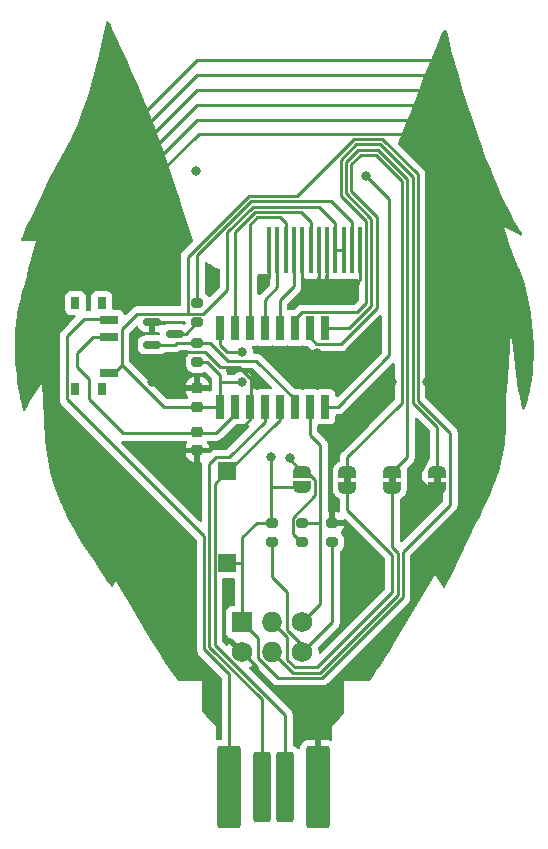
<source format=gbl>
G04 #@! TF.GenerationSoftware,KiCad,Pcbnew,8.0.8*
G04 #@! TF.CreationDate,2025-01-21T00:02:22+01:00*
G04 #@! TF.ProjectId,cerberus,63657262-6572-4757-932e-6b696361645f,rev?*
G04 #@! TF.SameCoordinates,Original*
G04 #@! TF.FileFunction,Copper,L2,Bot*
G04 #@! TF.FilePolarity,Positive*
%FSLAX46Y46*%
G04 Gerber Fmt 4.6, Leading zero omitted, Abs format (unit mm)*
G04 Created by KiCad (PCBNEW 8.0.8) date 2025-01-21 00:02:22*
%MOMM*%
%LPD*%
G01*
G04 APERTURE LIST*
G04 Aperture macros list*
%AMRoundRect*
0 Rectangle with rounded corners*
0 $1 Rounding radius*
0 $2 $3 $4 $5 $6 $7 $8 $9 X,Y pos of 4 corners*
0 Add a 4 corners polygon primitive as box body*
4,1,4,$2,$3,$4,$5,$6,$7,$8,$9,$2,$3,0*
0 Add four circle primitives for the rounded corners*
1,1,$1+$1,$2,$3*
1,1,$1+$1,$4,$5*
1,1,$1+$1,$6,$7*
1,1,$1+$1,$8,$9*
0 Add four rect primitives between the rounded corners*
20,1,$1+$1,$2,$3,$4,$5,0*
20,1,$1+$1,$4,$5,$6,$7,0*
20,1,$1+$1,$6,$7,$8,$9,0*
20,1,$1+$1,$8,$9,$2,$3,0*%
%AMFreePoly0*
4,1,19,0.500000,-0.750000,0.000000,-0.750000,0.000000,-0.744911,-0.071157,-0.744911,-0.207708,-0.704816,-0.327430,-0.627875,-0.420627,-0.520320,-0.479746,-0.390866,-0.500000,-0.250000,-0.500000,0.250000,-0.479746,0.390866,-0.420627,0.520320,-0.327430,0.627875,-0.207708,0.704816,-0.071157,0.744911,0.000000,0.744911,0.000000,0.750000,0.500000,0.750000,0.500000,-0.750000,0.500000,-0.750000,
$1*%
%AMFreePoly1*
4,1,19,0.000000,0.744911,0.071157,0.744911,0.207708,0.704816,0.327430,0.627875,0.420627,0.520320,0.479746,0.390866,0.500000,0.250000,0.500000,-0.250000,0.479746,-0.390866,0.420627,-0.520320,0.327430,-0.627875,0.207708,-0.704816,0.071157,-0.744911,0.000000,-0.744911,0.000000,-0.750000,-0.500000,-0.750000,-0.500000,0.750000,0.000000,0.750000,0.000000,0.744911,0.000000,0.744911,
$1*%
G04 Aperture macros list end*
G04 #@! TA.AperFunction,EtchedComponent*
%ADD10C,0.000000*%
G04 #@! TD*
G04 #@! TA.AperFunction,SMDPad,CuDef*
%ADD11RoundRect,0.250000X0.750000X-3.250000X0.750000X3.250000X-0.750000X3.250000X-0.750000X-3.250000X0*%
G04 #@! TD*
G04 #@! TA.AperFunction,SMDPad,CuDef*
%ADD12RoundRect,0.250000X0.500000X-2.750000X0.500000X2.750000X-0.500000X2.750000X-0.500000X-2.750000X0*%
G04 #@! TD*
G04 #@! TA.AperFunction,ComponentPad*
%ADD13R,1.727200X1.727200*%
G04 #@! TD*
G04 #@! TA.AperFunction,ComponentPad*
%ADD14C,1.727200*%
G04 #@! TD*
G04 #@! TA.AperFunction,ComponentPad*
%ADD15O,1.727200X1.727200*%
G04 #@! TD*
G04 #@! TA.AperFunction,SMDPad,CuDef*
%ADD16RoundRect,0.150000X-0.587500X-0.150000X0.587500X-0.150000X0.587500X0.150000X-0.587500X0.150000X0*%
G04 #@! TD*
G04 #@! TA.AperFunction,SMDPad,CuDef*
%ADD17RoundRect,0.200000X-0.275000X0.200000X-0.275000X-0.200000X0.275000X-0.200000X0.275000X0.200000X0*%
G04 #@! TD*
G04 #@! TA.AperFunction,SMDPad,CuDef*
%ADD18FreePoly0,270.000000*%
G04 #@! TD*
G04 #@! TA.AperFunction,SMDPad,CuDef*
%ADD19FreePoly1,270.000000*%
G04 #@! TD*
G04 #@! TA.AperFunction,SMDPad,CuDef*
%ADD20R,0.800000X1.000000*%
G04 #@! TD*
G04 #@! TA.AperFunction,SMDPad,CuDef*
%ADD21R,1.500000X0.700000*%
G04 #@! TD*
G04 #@! TA.AperFunction,SMDPad,CuDef*
%ADD22RoundRect,0.200000X0.275000X-0.200000X0.275000X0.200000X-0.275000X0.200000X-0.275000X-0.200000X0*%
G04 #@! TD*
G04 #@! TA.AperFunction,SMDPad,CuDef*
%ADD23RoundRect,0.225000X-0.250000X0.225000X-0.250000X-0.225000X0.250000X-0.225000X0.250000X0.225000X0*%
G04 #@! TD*
G04 #@! TA.AperFunction,SMDPad,CuDef*
%ADD24RoundRect,0.225000X0.250000X-0.225000X0.250000X0.225000X-0.250000X0.225000X-0.250000X-0.225000X0*%
G04 #@! TD*
G04 #@! TA.AperFunction,SMDPad,CuDef*
%ADD25R,0.760000X2.000000*%
G04 #@! TD*
G04 #@! TA.AperFunction,SMDPad,CuDef*
%ADD26R,1.500000X1.500000*%
G04 #@! TD*
G04 #@! TA.AperFunction,SMDPad,CuDef*
%ADD27R,0.350000X4.000000*%
G04 #@! TD*
G04 #@! TA.AperFunction,SMDPad,CuDef*
%ADD28FreePoly0,90.000000*%
G04 #@! TD*
G04 #@! TA.AperFunction,SMDPad,CuDef*
%ADD29FreePoly1,90.000000*%
G04 #@! TD*
G04 #@! TA.AperFunction,ViaPad*
%ADD30C,0.800000*%
G04 #@! TD*
G04 #@! TA.AperFunction,Conductor*
%ADD31C,0.250000*%
G04 #@! TD*
G04 APERTURE END LIST*
D10*
G04 #@! TA.AperFunction,EtchedComponent*
G36*
X75230000Y-131710000D02*
G01*
X74630000Y-131710000D01*
X74630000Y-131210000D01*
X75230000Y-131210000D01*
X75230000Y-131710000D01*
G37*
G04 #@! TD.AperFunction*
G04 #@! TA.AperFunction,EtchedComponent*
G36*
X71420000Y-131710000D02*
G01*
X70820000Y-131710000D01*
X70820000Y-131210000D01*
X71420000Y-131210000D01*
X71420000Y-131710000D01*
G37*
G04 #@! TD.AperFunction*
G04 #@! TA.AperFunction,EtchedComponent*
G36*
X79040000Y-131695000D02*
G01*
X78440000Y-131695000D01*
X78440000Y-131195000D01*
X79040000Y-131195000D01*
X79040000Y-131695000D01*
G37*
G04 #@! TD.AperFunction*
D11*
X61100037Y-157480000D03*
D12*
X63850037Y-157480000D03*
X65850037Y-157480000D03*
D11*
X68600037Y-157480000D03*
D13*
X62230000Y-143510000D03*
D14*
X62230000Y-146050000D03*
D15*
X64770000Y-143510000D03*
X64770000Y-146050000D03*
D14*
X67310000Y-143510000D03*
X67310000Y-146050000D03*
D16*
X54610000Y-120015000D03*
X54610000Y-118115000D03*
X56485000Y-119065000D03*
D17*
X58420000Y-116460000D03*
X58420000Y-118110000D03*
X67310000Y-135065000D03*
X67310000Y-136715000D03*
D18*
X74930000Y-130810000D03*
D19*
X74930000Y-132110000D03*
D20*
X48100000Y-123780000D03*
X50310000Y-123780000D03*
X48100000Y-116480000D03*
X50310000Y-116480000D03*
D21*
X50960000Y-122380000D03*
X50960000Y-119380000D03*
X50960000Y-117880000D03*
D22*
X69850000Y-136715000D03*
X69850000Y-135065000D03*
D17*
X64770000Y-135065000D03*
X64770000Y-136715000D03*
D23*
X58409771Y-127402946D03*
X58409771Y-128952946D03*
D18*
X67310000Y-130780000D03*
D19*
X67310000Y-132080000D03*
D22*
X58420000Y-121475000D03*
X58420000Y-119825000D03*
D24*
X58420000Y-125235000D03*
X58420000Y-123685000D03*
D18*
X71120000Y-130810000D03*
D19*
X71120000Y-132110000D03*
D25*
X60325000Y-118590000D03*
X61595000Y-118590000D03*
X62865000Y-118590000D03*
X64135000Y-118590000D03*
X65405000Y-118590000D03*
X66675000Y-118590000D03*
X67945000Y-118590000D03*
X69215000Y-118590000D03*
X69215000Y-125250000D03*
X67945000Y-125250000D03*
X66675000Y-125250000D03*
X65405000Y-125250000D03*
X64135000Y-125250000D03*
X62865000Y-125250000D03*
X61595000Y-125250000D03*
X60325000Y-125250000D03*
D26*
X60960000Y-130720000D03*
X60960000Y-138520000D03*
D27*
X72198896Y-111947263D03*
X71498896Y-111947263D03*
X70798896Y-111947263D03*
X70098896Y-111947263D03*
X69398896Y-111947263D03*
X68698896Y-111947263D03*
X67998896Y-111947263D03*
X67298896Y-111947263D03*
X66598896Y-111947263D03*
X65898896Y-111947263D03*
X65198896Y-111947263D03*
X64498896Y-111947263D03*
D28*
X78740000Y-132095000D03*
D29*
X78740000Y-130795000D03*
D30*
X62230000Y-123190000D03*
X64640912Y-129536608D03*
X63964953Y-114848520D03*
X77470000Y-129540000D03*
X71797995Y-114892004D03*
X54610000Y-123190000D03*
X67803624Y-114865247D03*
X79258717Y-97254919D03*
X69850000Y-150075760D03*
X59690000Y-150099809D03*
X57150000Y-123190000D03*
X51134533Y-96362088D03*
X68580398Y-120658166D03*
X59677135Y-114855930D03*
X54610000Y-129540000D03*
X77825000Y-123190000D03*
X74930000Y-123190000D03*
X72390000Y-139700000D03*
X57150000Y-139700000D03*
X68580000Y-123190000D03*
X66228971Y-129554515D03*
X72707500Y-105727500D03*
X58278290Y-105303386D03*
X62230000Y-120650000D03*
D31*
X66228971Y-129698971D02*
X67310000Y-130780000D01*
X66228971Y-129554515D02*
X66228971Y-129698971D01*
X67310000Y-132080000D02*
X64640912Y-132080000D01*
X64640912Y-132080000D02*
X64640912Y-134935912D01*
X64640912Y-129536608D02*
X64640912Y-132080000D01*
X64640912Y-134935912D02*
X64770000Y-135065000D01*
X58985000Y-136215000D02*
X58985000Y-145777148D01*
X61100037Y-147892185D02*
X61100037Y-157480000D01*
X47375000Y-119282617D02*
X47375000Y-124605000D01*
X47375000Y-124605000D02*
X58985000Y-136215000D01*
X58985000Y-145777148D02*
X61100037Y-147892185D01*
X50881000Y-117801000D02*
X48856617Y-117801000D01*
X50960000Y-117880000D02*
X50881000Y-117801000D01*
X48856617Y-117801000D02*
X47375000Y-119282617D01*
X63850037Y-149987368D02*
X63850037Y-157480000D01*
X65850037Y-151350972D02*
X65850037Y-157480000D01*
X59435000Y-145572331D02*
X63850037Y-149987368D01*
X59885000Y-145385935D02*
X65850037Y-151350972D01*
X59885000Y-131795000D02*
X59885000Y-145385935D01*
X60960000Y-130720000D02*
X59885000Y-131795000D01*
X57620000Y-112554416D02*
X57620000Y-117365998D01*
X75830000Y-137530000D02*
X79820000Y-133540000D01*
X65259065Y-148220000D02*
X68952792Y-148220000D01*
X77100000Y-124723604D02*
X77100000Y-105583081D01*
X79820000Y-127443604D02*
X77100000Y-124723604D01*
X62140000Y-138520000D02*
X62230000Y-138430000D01*
X50960000Y-122380000D02*
X51353811Y-122380000D01*
X52035000Y-118690000D02*
X53340000Y-117385000D01*
X52035000Y-121698811D02*
X55571189Y-125235000D01*
X62230000Y-143510000D02*
X63581400Y-144861400D01*
X68721633Y-108320000D02*
X63127208Y-108320000D01*
X60960000Y-138520000D02*
X62140000Y-138520000D01*
X57620000Y-117365998D02*
X57639002Y-117385000D01*
X63127208Y-108320000D02*
X60960000Y-110487208D01*
X74086794Y-102569875D02*
X71681808Y-102569875D01*
X60325000Y-123190000D02*
X60325000Y-125250000D01*
X59245000Y-121475000D02*
X60325000Y-122555000D01*
X63581400Y-144861400D02*
X63581400Y-146542335D01*
X60960000Y-110487208D02*
X60960000Y-115343004D01*
X75830000Y-141342792D02*
X75830000Y-137530000D01*
X58420000Y-121475000D02*
X59245000Y-121475000D01*
X51353811Y-122380000D02*
X52035000Y-121698811D01*
X63433307Y-135065000D02*
X64770000Y-135065000D01*
X62230000Y-138430000D02*
X62230000Y-136268307D01*
X63581400Y-146542335D02*
X65259065Y-148220000D01*
X52035000Y-121698811D02*
X52035000Y-118690000D01*
X60325000Y-122555000D02*
X60325000Y-123190000D01*
X70098896Y-109697263D02*
X68721633Y-108320000D01*
X62230000Y-138430000D02*
X62230000Y-143510000D01*
X53340000Y-117385000D02*
X57639002Y-117385000D01*
X60325000Y-125250000D02*
X58435000Y-125250000D01*
X77100000Y-105583081D02*
X74086794Y-102569875D01*
X66831683Y-107420000D02*
X62754416Y-107420000D01*
X58918004Y-117385000D02*
X57639002Y-117385000D01*
X71681808Y-102569875D02*
X66831683Y-107420000D01*
X79820000Y-133540000D02*
X79820000Y-127443604D01*
X70098896Y-111947263D02*
X70798896Y-111947263D01*
X62230000Y-123190000D02*
X60325000Y-123190000D01*
X55571189Y-125235000D02*
X58420000Y-125235000D01*
X70098896Y-111947263D02*
X70098896Y-109697263D01*
X60960000Y-115343004D02*
X58918004Y-117385000D01*
X62230000Y-136268307D02*
X63433307Y-135065000D01*
X68952792Y-148220000D02*
X75830000Y-141342792D01*
X58435000Y-125250000D02*
X58420000Y-125235000D01*
X62754416Y-107420000D02*
X57620000Y-112554416D01*
X67298896Y-111947263D02*
X67298896Y-114360519D01*
X63500000Y-147320000D02*
X63500000Y-147740210D01*
X71797995Y-114892004D02*
X72198896Y-114491103D01*
X58420000Y-100965000D02*
X76835000Y-100965000D01*
X71797995Y-114892005D02*
X71120000Y-115570000D01*
X60325698Y-121919302D02*
X59056396Y-120650000D01*
X58535125Y-102119875D02*
X54610000Y-106045000D01*
X76084875Y-102119875D02*
X58535125Y-102119875D01*
X58420000Y-98425000D02*
X78105000Y-98425000D01*
X77470000Y-99695000D02*
X58420000Y-99695000D01*
X54610000Y-102235000D02*
X58420000Y-98425000D01*
X62865000Y-125250000D02*
X62865000Y-126365000D01*
X58420000Y-99695000D02*
X54927500Y-103187500D01*
X62955000Y-122889695D02*
X61984607Y-121919302D01*
X69398896Y-111947263D02*
X69398896Y-114680870D01*
X62230000Y-146050000D02*
X63500000Y-147320000D01*
X62865000Y-125250000D02*
X62955000Y-125160000D01*
X64498896Y-114314577D02*
X63964953Y-114848520D01*
X62865000Y-126365000D02*
X62230000Y-127000000D01*
X69398896Y-114680870D02*
X69615339Y-114897313D01*
X58420000Y-97155000D02*
X53975000Y-101600000D01*
X62955000Y-125160000D02*
X62955000Y-122889695D01*
X72198896Y-114491103D02*
X72198896Y-111947263D01*
X59056396Y-120650000D02*
X57150000Y-120650000D01*
X61984607Y-121919302D02*
X60325698Y-121919302D01*
X71797995Y-114892004D02*
X71797995Y-114892005D01*
X68698896Y-111947263D02*
X68698896Y-114742431D01*
X68698896Y-114742431D02*
X68837745Y-114881280D01*
X53340000Y-100965000D02*
X58420000Y-95885000D01*
X67298896Y-114360519D02*
X67803624Y-114865247D01*
X54610000Y-104775000D02*
X58420000Y-100965000D01*
X64498896Y-111947263D02*
X64498896Y-114314577D01*
X78105000Y-97155000D02*
X58420000Y-97155000D01*
X58420000Y-95885000D02*
X78740000Y-95885000D01*
X68390000Y-132761996D02*
X68390000Y-131443307D01*
X68390000Y-131443307D02*
X67726693Y-130780000D01*
X66510000Y-136014801D02*
X66510000Y-134641996D01*
X67310000Y-136715000D02*
X67210199Y-136715000D01*
X67726693Y-130780000D02*
X67310000Y-130780000D01*
X67210199Y-136715000D02*
X66510000Y-136014801D01*
X66510000Y-134641996D02*
X68390000Y-132761996D01*
X61095000Y-129540000D02*
X59990000Y-129540000D01*
X59990000Y-129540000D02*
X59435000Y-130095000D01*
X59435000Y-130095000D02*
X59435000Y-145572331D01*
X64135000Y-125250000D02*
X64135000Y-126500000D01*
X64135000Y-126500000D02*
X61095000Y-129540000D01*
X65405000Y-126365000D02*
X61050000Y-130720000D01*
X65405000Y-125250000D02*
X65405000Y-126365000D01*
X61050000Y-130720000D02*
X60960000Y-130720000D01*
X66676396Y-147320000D02*
X68580000Y-147320000D01*
X68580000Y-147320000D02*
X74930000Y-140970000D01*
X74930000Y-137795000D02*
X71120000Y-133985000D01*
X66040000Y-144780000D02*
X66040000Y-146683604D01*
X66040000Y-146683604D02*
X66676396Y-147320000D01*
X71120000Y-133985000D02*
X71120000Y-132110000D01*
X64770000Y-143510000D02*
X66040000Y-144780000D01*
X74930000Y-140970000D02*
X74930000Y-137795000D01*
X71440417Y-106997625D02*
X73598896Y-109156104D01*
X73527606Y-103919875D02*
X72240996Y-103919875D01*
X71440417Y-104720454D02*
X71440417Y-106997625D01*
X75750000Y-106142269D02*
X73527606Y-103919875D01*
X71120000Y-129540000D02*
X75750000Y-124910000D01*
X70538230Y-119933166D02*
X68498166Y-119933166D01*
X73598896Y-116872500D02*
X70538230Y-119933166D01*
X75750000Y-124910000D02*
X75750000Y-106142269D01*
X72240996Y-103919875D02*
X71440417Y-104720454D01*
X71120000Y-130810000D02*
X71120000Y-129540000D01*
X68498166Y-119933166D02*
X67945000Y-119380000D01*
X67945000Y-119380000D02*
X67945000Y-118590000D01*
X73598896Y-109156104D02*
X73598896Y-116872500D01*
X75380000Y-137608604D02*
X74930000Y-137158604D01*
X68766396Y-147770000D02*
X75380000Y-141156396D01*
X66490000Y-147770000D02*
X68766396Y-147770000D01*
X75380000Y-141156396D02*
X75380000Y-137608604D01*
X64770000Y-146050000D02*
X66490000Y-147770000D01*
X74930000Y-137158604D02*
X74930000Y-132110000D01*
X56705000Y-119825000D02*
X58420000Y-119825000D01*
X66675000Y-125250000D02*
X66675000Y-124630000D01*
X61053581Y-121379977D02*
X59498604Y-119825000D01*
X66675000Y-124630000D02*
X63424977Y-121379977D01*
X63424977Y-121379977D02*
X61053581Y-121379977D01*
X56515000Y-120015000D02*
X54610000Y-120015000D01*
X59498604Y-119825000D02*
X58420000Y-119825000D01*
X56705000Y-119825000D02*
X56515000Y-120015000D01*
X56485000Y-119065000D02*
X57465000Y-119065000D01*
X57465000Y-119065000D02*
X58420000Y-118110000D01*
X66040000Y-144143604D02*
X66040000Y-140970000D01*
X66040000Y-140970000D02*
X64770000Y-139700000D01*
X67310000Y-146050000D02*
X67310000Y-145413604D01*
X69850000Y-143510000D02*
X67310000Y-146050000D01*
X64770000Y-136715000D02*
X64770000Y-139700000D01*
X67310000Y-145413604D02*
X66040000Y-144143604D01*
X69850000Y-136715000D02*
X69850000Y-143510000D01*
X67310000Y-135065000D02*
X68836380Y-135065000D01*
X67945000Y-125250000D02*
X67945000Y-127635000D01*
X68840000Y-128530000D02*
X68840000Y-135068620D01*
X68836380Y-135065000D02*
X68840000Y-135068620D01*
X67945000Y-127635000D02*
X68840000Y-128530000D01*
X68840000Y-141980000D02*
X67310000Y-143510000D01*
X68840000Y-135068620D02*
X68840000Y-141980000D01*
X67186002Y-108770000D02*
X63313604Y-108770000D01*
X67998896Y-111947263D02*
X67998896Y-109582894D01*
X67998896Y-109582894D02*
X67186002Y-108770000D01*
X61595000Y-110488604D02*
X61595000Y-118590000D01*
X63313604Y-108770000D02*
X61595000Y-110488604D01*
X64135000Y-116205000D02*
X65198896Y-115141104D01*
X64135000Y-118590000D02*
X64135000Y-116205000D01*
X65198896Y-115141104D02*
X65198896Y-111947263D01*
X62865000Y-118590000D02*
X62865000Y-109855000D01*
X63500000Y-109220000D02*
X65421633Y-109220000D01*
X65421633Y-109220000D02*
X65898896Y-109697263D01*
X62865000Y-109855000D02*
X63500000Y-109220000D01*
X65898896Y-109697263D02*
X65898896Y-111947263D01*
X65405000Y-116205000D02*
X65405000Y-118590000D01*
X66598896Y-115011104D02*
X65405000Y-116205000D01*
X66598896Y-111947263D02*
X66598896Y-115011104D01*
X74672783Y-120907217D02*
X70330000Y-125250000D01*
X72707500Y-105727500D02*
X74672783Y-107692783D01*
X74672783Y-107692783D02*
X74672783Y-120907217D01*
X70330000Y-125250000D02*
X69215000Y-125250000D01*
X59970000Y-127495000D02*
X58420000Y-127495000D01*
X49204399Y-122864399D02*
X49204399Y-124574655D01*
X49616726Y-119380000D02*
X48260000Y-120736726D01*
X48260000Y-120736726D02*
X48260000Y-121920000D01*
X61595000Y-125250000D02*
X61595000Y-125870000D01*
X52124744Y-127495000D02*
X49204399Y-124574655D01*
X58420000Y-127495000D02*
X52124744Y-127495000D01*
X50960000Y-119380000D02*
X49616726Y-119380000D01*
X48260000Y-121920000D02*
X49204399Y-122864399D01*
X61595000Y-125870000D02*
X59970000Y-127495000D01*
X61595000Y-125250000D02*
X61595000Y-126010000D01*
X66675000Y-117830000D02*
X67240000Y-117265000D01*
X70540417Y-107370417D02*
X70540417Y-104347662D01*
X73900398Y-103019875D02*
X76650000Y-105769477D01*
X72698896Y-116499708D02*
X72698896Y-109528896D01*
X78740000Y-127000000D02*
X78740000Y-130795000D01*
X76650000Y-124910000D02*
X78740000Y-127000000D01*
X71868204Y-103019875D02*
X73900398Y-103019875D01*
X66675000Y-118590000D02*
X66675000Y-117830000D01*
X71933604Y-117265000D02*
X72698896Y-116499708D01*
X72698896Y-109528896D02*
X70540417Y-107370417D01*
X76650000Y-105769477D02*
X76650000Y-124910000D01*
X70540417Y-104347662D02*
X71868204Y-103019875D01*
X67240000Y-117265000D02*
X71933604Y-117265000D01*
X73148896Y-116686104D02*
X71245000Y-118590000D01*
X72054600Y-103469875D02*
X70990417Y-104534058D01*
X74930000Y-130810000D02*
X76200000Y-129540000D01*
X73148896Y-109342500D02*
X73148896Y-116686104D01*
X71245000Y-118590000D02*
X69215000Y-118590000D01*
X76200000Y-129540000D02*
X76200000Y-105955873D01*
X73714002Y-103469875D02*
X72054600Y-103469875D01*
X70990417Y-104534058D02*
X70990417Y-107184021D01*
X76200000Y-105955873D02*
X73714002Y-103469875D01*
X70990417Y-107184021D02*
X73148896Y-109342500D01*
X58420000Y-112390812D02*
X62940812Y-107870000D01*
X69770000Y-107870000D02*
X62940812Y-107870000D01*
X58420000Y-116460000D02*
X58420000Y-112390812D01*
X71498896Y-111947263D02*
X71498896Y-109598896D01*
X71498896Y-109598896D02*
X69770000Y-107870000D01*
X60325000Y-118590000D02*
X60325000Y-120015000D01*
X60960000Y-120650000D02*
X60325000Y-120015000D01*
X62230000Y-120650000D02*
X60960000Y-120650000D01*
G04 #@! TA.AperFunction,Conductor*
G36*
X79442525Y-93309368D02*
G01*
X79488711Y-93361796D01*
X79494680Y-93377184D01*
X79602026Y-93720081D01*
X79603933Y-93726840D01*
X79926025Y-95005605D01*
X80232717Y-96159180D01*
X80534041Y-97226712D01*
X80840884Y-98250766D01*
X81161155Y-99263293D01*
X81511007Y-100324008D01*
X82341698Y-102756014D01*
X82590338Y-103460792D01*
X82618398Y-103540328D01*
X82792049Y-104011196D01*
X82890362Y-104277779D01*
X83157179Y-104970206D01*
X83418506Y-105619633D01*
X83673943Y-106227939D01*
X83923122Y-106797080D01*
X83923134Y-106797107D01*
X84037640Y-107048229D01*
X84165719Y-107329119D01*
X84401297Y-107825857D01*
X84849999Y-108721426D01*
X85266277Y-109499435D01*
X85321122Y-109596782D01*
X85647205Y-110175568D01*
X85877526Y-110572104D01*
X85894176Y-110639960D01*
X85871496Y-110706046D01*
X85816687Y-110749380D01*
X85747151Y-110756203D01*
X85712857Y-110744274D01*
X84372917Y-110043836D01*
X84372916Y-110043836D01*
X84698498Y-111164700D01*
X84725314Y-111252178D01*
X84771428Y-111402604D01*
X84849939Y-111635338D01*
X84849946Y-111635358D01*
X84849948Y-111635363D01*
X84933366Y-111863958D01*
X84958651Y-111929006D01*
X85021062Y-112089559D01*
X85112337Y-112313125D01*
X85137232Y-112371957D01*
X85206544Y-112535755D01*
X85400980Y-112982127D01*
X85597165Y-113432423D01*
X85597678Y-113433618D01*
X85694803Y-113663085D01*
X85695380Y-113664470D01*
X85703790Y-113685041D01*
X85791026Y-113898415D01*
X85791760Y-113900252D01*
X85885039Y-114139219D01*
X85885880Y-114141439D01*
X85964200Y-114354156D01*
X85976005Y-114386217D01*
X85976936Y-114388835D01*
X86005643Y-114472559D01*
X86063200Y-114640428D01*
X86064178Y-114643403D01*
X86145759Y-114902486D01*
X86146747Y-114905782D01*
X86254443Y-115284144D01*
X86255332Y-115287439D01*
X86354963Y-115677979D01*
X86355714Y-115681093D01*
X86447169Y-116082613D01*
X86447806Y-116085574D01*
X86530862Y-116496315D01*
X86531638Y-116500525D01*
X86672879Y-117348753D01*
X86673645Y-117354062D01*
X86780371Y-118226405D01*
X86780888Y-118231503D01*
X86852414Y-119119088D01*
X86852717Y-119124118D01*
X86888257Y-120017347D01*
X86888355Y-120022446D01*
X86887145Y-120911685D01*
X86887024Y-120916990D01*
X86848308Y-121793105D01*
X86848017Y-121797736D01*
X86802132Y-122358921D01*
X86801751Y-122362820D01*
X86739500Y-122910483D01*
X86738951Y-122914675D01*
X86660118Y-123446070D01*
X86659570Y-123449443D01*
X86614059Y-123707092D01*
X86613614Y-123709474D01*
X86563828Y-123962378D01*
X86563309Y-123964876D01*
X86509344Y-124212055D01*
X86508741Y-124214683D01*
X86450543Y-124455952D01*
X86449841Y-124458720D01*
X86387445Y-124693535D01*
X86386629Y-124696461D01*
X86320003Y-124924531D01*
X86319056Y-124927624D01*
X86248184Y-125148635D01*
X86247081Y-125151916D01*
X86171993Y-125365393D01*
X86170710Y-125368873D01*
X86155674Y-125407854D01*
X86113182Y-125463318D01*
X86047449Y-125487004D01*
X85979346Y-125471392D01*
X85930494Y-125421440D01*
X85918892Y-125389935D01*
X85809057Y-124891868D01*
X85709950Y-124434124D01*
X85709810Y-124433465D01*
X85706302Y-124416730D01*
X85637593Y-124088921D01*
X85637310Y-124087525D01*
X85631408Y-124057607D01*
X85615316Y-123976039D01*
X85614786Y-123973168D01*
X85604188Y-123911582D01*
X85603482Y-123906957D01*
X84930714Y-118846343D01*
X84763213Y-121523269D01*
X84611710Y-123944509D01*
X84591525Y-124293541D01*
X84575075Y-124629654D01*
X84551373Y-125265323D01*
X84536523Y-125857023D01*
X84531124Y-126153270D01*
X84527402Y-126357483D01*
X84526450Y-126409689D01*
X84526443Y-126410052D01*
X84508666Y-127250225D01*
X84508553Y-127253510D01*
X84471159Y-128037427D01*
X84470853Y-128042039D01*
X84438336Y-128423925D01*
X84437925Y-128427965D01*
X84392591Y-128811369D01*
X84391968Y-128815914D01*
X84331229Y-129205433D01*
X84330380Y-129210251D01*
X84251564Y-129611103D01*
X84250508Y-129615960D01*
X84150901Y-130033406D01*
X84149684Y-130038098D01*
X84026573Y-130477250D01*
X84025259Y-130481625D01*
X83875895Y-130947647D01*
X83874550Y-130951612D01*
X83696202Y-131449555D01*
X83694883Y-131453070D01*
X83484828Y-131987951D01*
X83483578Y-131991012D01*
X83239114Y-132567809D01*
X83237961Y-132570444D01*
X82956399Y-133194111D01*
X82955359Y-133196356D01*
X82705094Y-133722444D01*
X82633533Y-133872874D01*
X82313566Y-134547052D01*
X82041946Y-135119361D01*
X82041906Y-135119444D01*
X80696976Y-137947824D01*
X80696558Y-137948695D01*
X79974374Y-139437417D01*
X79973700Y-139438785D01*
X79425183Y-140534976D01*
X79377580Y-140586120D01*
X79309883Y-140603409D01*
X79243586Y-140581353D01*
X79210058Y-140546654D01*
X78540359Y-139507380D01*
X78540358Y-139507381D01*
X75103707Y-145286520D01*
X75102407Y-145288657D01*
X74708352Y-145921878D01*
X74707501Y-145923226D01*
X74323148Y-146523503D01*
X74322121Y-146525081D01*
X73943030Y-147097805D01*
X73942148Y-147099118D01*
X73753539Y-147376317D01*
X73752900Y-147377248D01*
X73563670Y-147649987D01*
X73563010Y-147650928D01*
X73368995Y-147925100D01*
X73368317Y-147926049D01*
X73171110Y-148199245D01*
X73170418Y-148200195D01*
X72999961Y-148431679D01*
X72944359Y-148473990D01*
X72899981Y-148482153D01*
X70850037Y-148479999D01*
X70850037Y-151109385D01*
X70830352Y-151176424D01*
X70822774Y-151186961D01*
X70512602Y-151573743D01*
X69850000Y-152400000D01*
X69850000Y-152400001D01*
X69850000Y-153435328D01*
X69830315Y-153502367D01*
X69777511Y-153548122D01*
X69708353Y-153558066D01*
X69673604Y-153547714D01*
X69669165Y-153545644D01*
X69502734Y-153490494D01*
X69502727Y-153490493D01*
X69400023Y-153480000D01*
X68850037Y-153480000D01*
X68850037Y-157356000D01*
X68830352Y-157423039D01*
X68777548Y-157468794D01*
X68726037Y-157480000D01*
X68474037Y-157480000D01*
X68406998Y-157460315D01*
X68361243Y-157407511D01*
X68350037Y-157356000D01*
X68350037Y-153480000D01*
X67800065Y-153480000D01*
X67800049Y-153480001D01*
X67697339Y-153490494D01*
X67530917Y-153545641D01*
X67530912Y-153545643D01*
X67381691Y-153637684D01*
X67257721Y-153761654D01*
X67165680Y-153910875D01*
X67165678Y-153910880D01*
X67110531Y-154077302D01*
X67110530Y-154077309D01*
X67104440Y-154136919D01*
X67078043Y-154201610D01*
X67020862Y-154241761D01*
X66951051Y-154244624D01*
X66893401Y-154211996D01*
X66818694Y-154137289D01*
X66818693Y-154137288D01*
X66669371Y-154045186D01*
X66608338Y-154024961D01*
X66560532Y-154009120D01*
X66503087Y-153969347D01*
X66476265Y-153904831D01*
X66475537Y-153891414D01*
X66475537Y-151289365D01*
X66475536Y-151289361D01*
X66451501Y-151168527D01*
X66451500Y-151168520D01*
X66404348Y-151054686D01*
X66404347Y-151054685D01*
X66404344Y-151054679D01*
X66335895Y-150952239D01*
X66335892Y-150952235D01*
X66245674Y-150862017D01*
X66245643Y-150861988D01*
X62836908Y-147453253D01*
X62803423Y-147391930D01*
X62808407Y-147322238D01*
X62850279Y-147266305D01*
X62865572Y-147256517D01*
X62978371Y-147195473D01*
X62978376Y-147195470D01*
X63100905Y-147100102D01*
X63165899Y-147074459D01*
X63234439Y-147088025D01*
X63264749Y-147110274D01*
X64860328Y-148705855D01*
X64860332Y-148705858D01*
X64962775Y-148774309D01*
X64962776Y-148774309D01*
X64962780Y-148774312D01*
X65029461Y-148801931D01*
X65029463Y-148801933D01*
X65076608Y-148821461D01*
X65076613Y-148821463D01*
X65096662Y-148825451D01*
X65130261Y-148832134D01*
X65197457Y-148845501D01*
X65197459Y-148845501D01*
X65326786Y-148845501D01*
X65326806Y-148845500D01*
X69014399Y-148845500D01*
X69074821Y-148833481D01*
X69135244Y-148821463D01*
X69135247Y-148821461D01*
X69135250Y-148821461D01*
X69168579Y-148807654D01*
X69168578Y-148807654D01*
X69168584Y-148807652D01*
X69249078Y-148774312D01*
X69300301Y-148740084D01*
X69351525Y-148705858D01*
X69438650Y-148618733D01*
X69438651Y-148618731D01*
X69445717Y-148611665D01*
X69445720Y-148611661D01*
X76228729Y-141828652D01*
X76228733Y-141828650D01*
X76315858Y-141741525D01*
X76384311Y-141639078D01*
X76384312Y-141639077D01*
X76384313Y-141639074D01*
X76384315Y-141639071D01*
X76384316Y-141639069D01*
X76431461Y-141525247D01*
X76431463Y-141525243D01*
X76431649Y-141524311D01*
X76445264Y-141455858D01*
X76455500Y-141404399D01*
X76455500Y-141281185D01*
X76455500Y-137840451D01*
X76475185Y-137773412D01*
X76491814Y-137752775D01*
X80218729Y-134025860D01*
X80218733Y-134025858D01*
X80305858Y-133938733D01*
X80340084Y-133887509D01*
X80374312Y-133836286D01*
X80421463Y-133722451D01*
X80445500Y-133601607D01*
X80445500Y-133478393D01*
X80445500Y-127381998D01*
X80421463Y-127261152D01*
X80388864Y-127182451D01*
X80374312Y-127147319D01*
X80357256Y-127121794D01*
X80305858Y-127044871D01*
X80305856Y-127044868D01*
X80215637Y-126954649D01*
X80215606Y-126954620D01*
X77761819Y-124500833D01*
X77728334Y-124439510D01*
X77725500Y-124413152D01*
X77725500Y-105521474D01*
X77725499Y-105521470D01*
X77701464Y-105400636D01*
X77701463Y-105400629D01*
X77668859Y-105321917D01*
X77654312Y-105286796D01*
X77624141Y-105241643D01*
X77585858Y-105184348D01*
X77585856Y-105184345D01*
X77495637Y-105094126D01*
X77495606Y-105094097D01*
X75447502Y-103045993D01*
X75414017Y-102984670D01*
X75419001Y-102914978D01*
X75419844Y-102912785D01*
X75913872Y-101665606D01*
X75913873Y-101665606D01*
X75913912Y-101665503D01*
X76409454Y-100421680D01*
X77088264Y-98683880D01*
X77637716Y-97277398D01*
X77637907Y-97276913D01*
X78200825Y-95864965D01*
X78201382Y-95863593D01*
X78784787Y-94457112D01*
X78785437Y-94455575D01*
X79086779Y-93758351D01*
X79087378Y-93756990D01*
X79263131Y-93363643D01*
X79308451Y-93310468D01*
X79375326Y-93290234D01*
X79442525Y-93309368D01*
G37*
G04 #@! TD.AperFunction*
G04 #@! TA.AperFunction,Conductor*
G36*
X50868472Y-92606939D02*
G01*
X50924240Y-92649031D01*
X50935760Y-92667838D01*
X51069409Y-92937235D01*
X51213078Y-93226831D01*
X51213904Y-93228528D01*
X51634876Y-94110563D01*
X51635585Y-94112077D01*
X52046858Y-95004544D01*
X52047466Y-95005882D01*
X52449622Y-95906501D01*
X52450166Y-95907738D01*
X52912354Y-96973840D01*
X52912835Y-96974966D01*
X53361773Y-98039196D01*
X53362159Y-98040120D01*
X53799076Y-99099661D01*
X53799370Y-99100382D01*
X54224962Y-100151129D01*
X54225382Y-100152178D01*
X54724777Y-101418159D01*
X54725359Y-101419663D01*
X55174138Y-102602164D01*
X55174678Y-102603615D01*
X55577305Y-103705811D01*
X55577794Y-103707175D01*
X55938679Y-104732113D01*
X55939276Y-104733849D01*
X56553669Y-106564821D01*
X56554178Y-106566370D01*
X56916339Y-107694650D01*
X57054377Y-108124697D01*
X57651188Y-109962880D01*
X57700739Y-110101918D01*
X57919692Y-110716292D01*
X58077135Y-111105824D01*
X58084006Y-111175355D01*
X58052196Y-111237563D01*
X58049851Y-111239972D01*
X57221270Y-112068555D01*
X57134144Y-112155680D01*
X57134138Y-112155688D01*
X57065690Y-112258124D01*
X57065688Y-112258129D01*
X57036248Y-112329205D01*
X57018539Y-112371957D01*
X57018535Y-112371971D01*
X56994500Y-112492805D01*
X56994500Y-116635500D01*
X56974815Y-116702539D01*
X56922011Y-116748294D01*
X56870500Y-116759500D01*
X53407741Y-116759500D01*
X53407721Y-116759499D01*
X53401607Y-116759499D01*
X53278394Y-116759499D01*
X53278392Y-116759499D01*
X53179646Y-116779140D01*
X53179647Y-116779141D01*
X53157550Y-116783536D01*
X53157541Y-116783539D01*
X53125262Y-116796909D01*
X53110397Y-116803067D01*
X53043719Y-116830685D01*
X53043717Y-116830686D01*
X52941266Y-116899141D01*
X52941263Y-116899144D01*
X52398606Y-117441802D01*
X52337283Y-117475287D01*
X52267591Y-117470303D01*
X52211658Y-117428431D01*
X52194743Y-117397454D01*
X52153797Y-117287671D01*
X52153793Y-117287664D01*
X52067547Y-117172455D01*
X52067544Y-117172452D01*
X51952335Y-117086206D01*
X51952328Y-117086202D01*
X51817482Y-117035908D01*
X51817483Y-117035908D01*
X51757883Y-117029501D01*
X51757881Y-117029500D01*
X51757873Y-117029500D01*
X51757865Y-117029500D01*
X51334500Y-117029500D01*
X51267461Y-117009815D01*
X51221706Y-116957011D01*
X51210500Y-116905500D01*
X51210499Y-115932129D01*
X51210498Y-115932123D01*
X51210497Y-115932116D01*
X51204091Y-115872517D01*
X51198486Y-115857490D01*
X51153797Y-115737671D01*
X51153793Y-115737664D01*
X51067547Y-115622455D01*
X51067544Y-115622452D01*
X50952335Y-115536206D01*
X50952328Y-115536202D01*
X50817482Y-115485908D01*
X50817483Y-115485908D01*
X50757883Y-115479501D01*
X50757881Y-115479500D01*
X50757873Y-115479500D01*
X50757864Y-115479500D01*
X49862129Y-115479500D01*
X49862123Y-115479501D01*
X49802516Y-115485908D01*
X49667671Y-115536202D01*
X49667664Y-115536206D01*
X49552455Y-115622452D01*
X49552452Y-115622455D01*
X49466206Y-115737664D01*
X49466202Y-115737671D01*
X49415908Y-115872517D01*
X49412608Y-115903216D01*
X49409501Y-115932123D01*
X49409500Y-115932135D01*
X49409500Y-117027870D01*
X49409501Y-117027879D01*
X49410616Y-117038248D01*
X49398209Y-117107007D01*
X49350597Y-117158143D01*
X49287326Y-117175500D01*
X49122674Y-117175500D01*
X49055635Y-117155815D01*
X49009880Y-117103011D01*
X48999384Y-117038248D01*
X49000500Y-117027873D01*
X49000499Y-115932128D01*
X48994091Y-115872517D01*
X48988486Y-115857490D01*
X48943797Y-115737671D01*
X48943793Y-115737664D01*
X48857547Y-115622455D01*
X48857544Y-115622452D01*
X48742335Y-115536206D01*
X48742328Y-115536202D01*
X48607482Y-115485908D01*
X48607483Y-115485908D01*
X48547883Y-115479501D01*
X48547881Y-115479500D01*
X48547873Y-115479500D01*
X48547864Y-115479500D01*
X47652129Y-115479500D01*
X47652123Y-115479501D01*
X47592516Y-115485908D01*
X47457671Y-115536202D01*
X47457664Y-115536206D01*
X47342455Y-115622452D01*
X47342452Y-115622455D01*
X47256206Y-115737664D01*
X47256202Y-115737671D01*
X47205908Y-115872517D01*
X47202608Y-115903216D01*
X47199501Y-115932123D01*
X47199500Y-115932135D01*
X47199500Y-117027870D01*
X47199501Y-117027876D01*
X47205908Y-117087483D01*
X47256202Y-117222328D01*
X47256206Y-117222335D01*
X47342452Y-117337544D01*
X47342455Y-117337547D01*
X47457664Y-117423793D01*
X47457671Y-117423797D01*
X47470096Y-117428431D01*
X47592517Y-117474091D01*
X47652127Y-117480500D01*
X47993165Y-117480499D01*
X48060203Y-117500183D01*
X48105958Y-117552987D01*
X48115902Y-117622146D01*
X48086877Y-117685701D01*
X48080845Y-117692180D01*
X47511793Y-118261233D01*
X46976270Y-118796756D01*
X46976267Y-118796759D01*
X46932704Y-118840321D01*
X46889142Y-118883883D01*
X46863328Y-118922517D01*
X46863327Y-118922516D01*
X46820686Y-118986333D01*
X46820685Y-118986335D01*
X46793386Y-119052245D01*
X46787347Y-119066824D01*
X46785106Y-119072235D01*
X46773537Y-119100162D01*
X46773535Y-119100170D01*
X46749500Y-119221006D01*
X46749500Y-124666610D01*
X46773535Y-124787444D01*
X46773537Y-124787452D01*
X46787347Y-124820792D01*
X46787347Y-124820793D01*
X46820685Y-124901280D01*
X46820690Y-124901289D01*
X46854914Y-124952507D01*
X46854915Y-124952509D01*
X46889140Y-125003731D01*
X46889141Y-125003732D01*
X46889142Y-125003733D01*
X46976267Y-125090858D01*
X46976268Y-125090858D01*
X46983335Y-125097925D01*
X46983334Y-125097925D01*
X46983338Y-125097928D01*
X58323181Y-136437771D01*
X58356666Y-136499094D01*
X58359500Y-136525452D01*
X58359500Y-145838754D01*
X58376034Y-145921878D01*
X58383537Y-145959599D01*
X58383538Y-145959602D01*
X58388286Y-145971063D01*
X58388288Y-145971069D01*
X58430685Y-146073428D01*
X58430690Y-146073437D01*
X58456194Y-146111605D01*
X58456195Y-146111607D01*
X58499141Y-146175880D01*
X58499144Y-146175884D01*
X58590586Y-146267326D01*
X58590608Y-146267346D01*
X60438218Y-148114956D01*
X60471703Y-148176279D01*
X60474537Y-148202637D01*
X60474537Y-153355500D01*
X60454852Y-153422539D01*
X60402048Y-153468294D01*
X60350539Y-153479500D01*
X60300036Y-153479500D01*
X60300017Y-153479501D01*
X60197240Y-153490000D01*
X60197239Y-153490001D01*
X60158773Y-153502747D01*
X60088945Y-153505147D01*
X60028903Y-153469415D01*
X59997712Y-153406894D01*
X59995772Y-153385269D01*
X59994010Y-152358807D01*
X59169965Y-151439577D01*
X59167831Y-151437134D01*
X58879572Y-151098141D01*
X58851140Y-151034318D01*
X58850037Y-151017814D01*
X58850037Y-148479999D01*
X56867302Y-148479607D01*
X56800267Y-148459909D01*
X56767945Y-148429763D01*
X56629263Y-148243897D01*
X56627002Y-148240765D01*
X55705578Y-146920482D01*
X55703567Y-146917510D01*
X55217321Y-146175880D01*
X54716548Y-145412093D01*
X54713971Y-145407989D01*
X54708435Y-145398778D01*
X54145615Y-144462286D01*
X54145084Y-144461393D01*
X53819256Y-143908734D01*
X53212209Y-142879078D01*
X52782521Y-142145901D01*
X51951055Y-140727169D01*
X51546734Y-140039676D01*
X51288250Y-140427508D01*
X51234690Y-140472376D01*
X51165375Y-140481164D01*
X51102313Y-140451084D01*
X51081093Y-140426305D01*
X50987756Y-140282664D01*
X50771636Y-139961596D01*
X50717233Y-139882444D01*
X50537573Y-139621050D01*
X50458705Y-139507381D01*
X50287559Y-139260715D01*
X49543279Y-138179220D01*
X49542290Y-138177758D01*
X49148520Y-137586453D01*
X49147354Y-137584669D01*
X48747774Y-136961677D01*
X48746326Y-136959364D01*
X48347757Y-136306767D01*
X48346097Y-136303965D01*
X48342175Y-136297139D01*
X47955247Y-135623682D01*
X47953350Y-135620256D01*
X47576638Y-134913689D01*
X47575110Y-134910727D01*
X47496872Y-134753974D01*
X47394632Y-134549131D01*
X47393604Y-134547020D01*
X47218989Y-134179209D01*
X47217890Y-134176829D01*
X47153290Y-134032923D01*
X46937736Y-133552740D01*
X46936509Y-133549913D01*
X46825426Y-133285029D01*
X46689224Y-132960249D01*
X46687910Y-132956985D01*
X46638680Y-132829500D01*
X46471135Y-132395632D01*
X46469804Y-132392013D01*
X46281192Y-131852888D01*
X46279864Y-131848868D01*
X46117077Y-131325917D01*
X46115809Y-131321565D01*
X46104520Y-131280002D01*
X45976453Y-130808511D01*
X45975351Y-130804136D01*
X45857059Y-130294692D01*
X45856129Y-130290328D01*
X45845430Y-130235295D01*
X45756596Y-129778368D01*
X45755880Y-129774325D01*
X45671308Y-129244865D01*
X45670779Y-129241199D01*
X45669275Y-129229548D01*
X45600391Y-128695805D01*
X45600026Y-128692653D01*
X45599707Y-128689554D01*
X45541518Y-128125037D01*
X45541293Y-128122613D01*
X45492370Y-127526584D01*
X45492238Y-127524808D01*
X45450605Y-126894240D01*
X45450533Y-126893046D01*
X45413905Y-126222149D01*
X45413849Y-126221012D01*
X45346318Y-124733424D01*
X45346304Y-124733107D01*
X45345905Y-124723797D01*
X45282213Y-123236615D01*
X45282212Y-123236615D01*
X44436226Y-124471621D01*
X44332451Y-124629855D01*
X44234322Y-124793136D01*
X44234319Y-124793142D01*
X44146483Y-124952509D01*
X44141634Y-124961306D01*
X44054215Y-125134143D01*
X44046728Y-125150268D01*
X43993307Y-125265323D01*
X43971879Y-125311472D01*
X43894477Y-125493013D01*
X43888355Y-125508650D01*
X43845582Y-125563897D01*
X43779730Y-125587248D01*
X43711707Y-125571291D01*
X43663110Y-125521091D01*
X43652843Y-125494487D01*
X43619907Y-125367149D01*
X43616114Y-125352484D01*
X43615676Y-125350739D01*
X43594906Y-125265323D01*
X43551245Y-125085774D01*
X43550863Y-125084152D01*
X43532486Y-125003731D01*
X43489238Y-124814468D01*
X43488882Y-124812858D01*
X43483432Y-124787454D01*
X43430087Y-124538816D01*
X43429800Y-124537435D01*
X43373905Y-124259564D01*
X43373669Y-124258352D01*
X43320803Y-123977501D01*
X43320545Y-123976082D01*
X43270838Y-123693148D01*
X43270506Y-123691158D01*
X43183206Y-123138327D01*
X43182803Y-123135574D01*
X43108067Y-122581374D01*
X43107734Y-122578677D01*
X43046022Y-122026943D01*
X43045748Y-122024197D01*
X42997588Y-121479349D01*
X42997367Y-121476449D01*
X42963250Y-120942528D01*
X42963091Y-120939413D01*
X42943523Y-120420812D01*
X42943443Y-120417378D01*
X42938910Y-119918392D01*
X42938938Y-119914410D01*
X42939272Y-119899954D01*
X42949917Y-119438881D01*
X42950054Y-119435258D01*
X42970068Y-119055006D01*
X42970246Y-119052245D01*
X42998346Y-118682776D01*
X42998593Y-118679961D01*
X43034237Y-118320830D01*
X43034544Y-118318056D01*
X43041080Y-118264500D01*
X43077214Y-117968406D01*
X43077554Y-117965852D01*
X43126742Y-117624805D01*
X43127123Y-117622341D01*
X43182227Y-117289615D01*
X43182848Y-117286180D01*
X43309281Y-116639292D01*
X43310133Y-116635290D01*
X43454316Y-116010309D01*
X43455068Y-116007237D01*
X43612958Y-115397272D01*
X43613660Y-115394683D01*
X43954663Y-114191650D01*
X44120195Y-113618446D01*
X44283349Y-113036464D01*
X44440761Y-112440244D01*
X44516263Y-112135088D01*
X44589069Y-111824325D01*
X44589069Y-111824319D01*
X44590133Y-111819779D01*
X44590375Y-111818426D01*
X44729058Y-111208650D01*
X44096848Y-111216762D01*
X44096822Y-111216762D01*
X44096789Y-111216763D01*
X44004757Y-111218810D01*
X43915119Y-111222520D01*
X43827979Y-111227802D01*
X43743336Y-111234565D01*
X43661155Y-111242719D01*
X43642388Y-111244945D01*
X43573497Y-111233293D01*
X43521841Y-111186245D01*
X43503822Y-111118739D01*
X43513425Y-111073870D01*
X43646589Y-110756203D01*
X43942221Y-110050965D01*
X43943304Y-110048461D01*
X44296781Y-109256738D01*
X44297572Y-109255006D01*
X44545911Y-108721424D01*
X44722096Y-108342871D01*
X44722858Y-108341265D01*
X45222753Y-107309445D01*
X45223490Y-107307952D01*
X45803086Y-106157133D01*
X45803844Y-106155656D01*
X46467453Y-104886558D01*
X46468248Y-104885066D01*
X47220691Y-103497457D01*
X47571527Y-102831743D01*
X47608026Y-102756014D01*
X47682175Y-102602164D01*
X47899171Y-102151930D01*
X48204487Y-101462173D01*
X48488339Y-100766628D01*
X48751593Y-100069453D01*
X48995112Y-99374801D01*
X49219761Y-98686831D01*
X49426404Y-98009696D01*
X49789132Y-96704561D01*
X50090210Y-95492645D01*
X50197882Y-95005882D01*
X50535058Y-93481568D01*
X50535067Y-93481525D01*
X50535082Y-93481458D01*
X50678995Y-92807205D01*
X50679098Y-92806731D01*
X50703619Y-92696112D01*
X50737345Y-92634922D01*
X50798800Y-92601680D01*
X50868472Y-92606939D01*
G37*
G04 #@! TD.AperFunction*
G04 #@! TA.AperFunction,Conductor*
G36*
X75043834Y-121523269D02*
G01*
X75099767Y-121565141D01*
X75124184Y-121630605D01*
X75124500Y-121639451D01*
X75124500Y-124599547D01*
X75104815Y-124666586D01*
X75088181Y-124687228D01*
X72922760Y-126852649D01*
X70721270Y-129054139D01*
X70721267Y-129054142D01*
X70677704Y-129097704D01*
X70634142Y-129141266D01*
X70619069Y-129163824D01*
X70604098Y-129186231D01*
X70588048Y-129210251D01*
X70565687Y-129243715D01*
X70565685Y-129243718D01*
X70543787Y-129296587D01*
X70532347Y-129324207D01*
X70526823Y-129337543D01*
X70518537Y-129357545D01*
X70518535Y-129357553D01*
X70494500Y-129478389D01*
X70494500Y-129796403D01*
X70474815Y-129863442D01*
X70422012Y-129909197D01*
X70386918Y-129925223D01*
X70386908Y-129925228D01*
X70386906Y-129925230D01*
X70365898Y-129938731D01*
X70265867Y-130003015D01*
X70265863Y-130003018D01*
X70157226Y-130097152D01*
X70157207Y-130097169D01*
X70157206Y-130097171D01*
X70062985Y-130205909D01*
X70062983Y-130205911D01*
X70062983Y-130205912D01*
X70062981Y-130205915D01*
X69985255Y-130326857D01*
X69985252Y-130326863D01*
X69925483Y-130457741D01*
X69884977Y-130595691D01*
X69884974Y-130595703D01*
X69864500Y-130738110D01*
X69864500Y-131310002D01*
X69869644Y-131381939D01*
X69880603Y-131419262D01*
X69884363Y-131471841D01*
X69864500Y-131609998D01*
X69864500Y-132181889D01*
X69884974Y-132324296D01*
X69884977Y-132324308D01*
X69925483Y-132462258D01*
X69985252Y-132593136D01*
X69985253Y-132593138D01*
X70059376Y-132708476D01*
X70060196Y-132709917D01*
X70062988Y-132714098D01*
X70157207Y-132822830D01*
X70157210Y-132822833D01*
X70265864Y-132916981D01*
X70265867Y-132916984D01*
X70265869Y-132916985D01*
X70265870Y-132916986D01*
X70386906Y-132994770D01*
X70422010Y-133010801D01*
X70474815Y-133056556D01*
X70494500Y-133123595D01*
X70494500Y-134046613D01*
X70496274Y-134055531D01*
X70490044Y-134125122D01*
X70447179Y-134180297D01*
X70381288Y-134203540D01*
X70337766Y-134198102D01*
X70252105Y-134171409D01*
X70252106Y-134171409D01*
X70181572Y-134165000D01*
X70100000Y-134165000D01*
X70100000Y-134815000D01*
X70824997Y-134815000D01*
X70857522Y-134782475D01*
X70918845Y-134748990D01*
X70988537Y-134753974D01*
X71032885Y-134782475D01*
X74268181Y-138017771D01*
X74301666Y-138079094D01*
X74304500Y-138105452D01*
X74304500Y-140659547D01*
X74284815Y-140726586D01*
X74268181Y-140747228D01*
X68889874Y-146125534D01*
X68828551Y-146159019D01*
X68758859Y-146154035D01*
X68702926Y-146112163D01*
X68678617Y-146048095D01*
X68660107Y-145824707D01*
X68628862Y-145701323D01*
X68631487Y-145631503D01*
X68661385Y-145583204D01*
X70335857Y-143908734D01*
X70404311Y-143806286D01*
X70451463Y-143692452D01*
X70475500Y-143571607D01*
X70475500Y-143448394D01*
X70475500Y-143448393D01*
X70475500Y-137591601D01*
X70495185Y-137524562D01*
X70535348Y-137485485D01*
X70560185Y-137470472D01*
X70680472Y-137350185D01*
X70768478Y-137204606D01*
X70819086Y-137042196D01*
X70825500Y-136971616D01*
X70825500Y-136458384D01*
X70819086Y-136387804D01*
X70768478Y-136225394D01*
X70680472Y-136079815D01*
X70680470Y-136079813D01*
X70680469Y-136079811D01*
X70577984Y-135977326D01*
X70544499Y-135916003D01*
X70549483Y-135846311D01*
X70577985Y-135801963D01*
X70680071Y-135699878D01*
X70680072Y-135699877D01*
X70768019Y-135554395D01*
X70818590Y-135392106D01*
X70825000Y-135321572D01*
X70825000Y-135315000D01*
X69974000Y-135315000D01*
X69906961Y-135295315D01*
X69861206Y-135242511D01*
X69850000Y-135191000D01*
X69850000Y-135065000D01*
X69724000Y-135065000D01*
X69656961Y-135045315D01*
X69611206Y-134992511D01*
X69600000Y-134941000D01*
X69600000Y-134165000D01*
X69599998Y-134164999D01*
X69589500Y-134164999D01*
X69522461Y-134145314D01*
X69476706Y-134092510D01*
X69465500Y-134040999D01*
X69465500Y-128468393D01*
X69465499Y-128468389D01*
X69456655Y-128423925D01*
X69441463Y-128347548D01*
X69417605Y-128289949D01*
X69394312Y-128233714D01*
X69360084Y-128182490D01*
X69325858Y-128131267D01*
X69325856Y-128131264D01*
X69235637Y-128041045D01*
X69235606Y-128041016D01*
X68606819Y-127412229D01*
X68573334Y-127350906D01*
X68570500Y-127324548D01*
X68570500Y-126863704D01*
X68590185Y-126796665D01*
X68642989Y-126750910D01*
X68712147Y-126740966D01*
X68723014Y-126743027D01*
X68727515Y-126744090D01*
X68727517Y-126744091D01*
X68787127Y-126750500D01*
X69642872Y-126750499D01*
X69702483Y-126744091D01*
X69837331Y-126693796D01*
X69952546Y-126607546D01*
X70038796Y-126492331D01*
X70089091Y-126357483D01*
X70095500Y-126297873D01*
X70095500Y-125999500D01*
X70115185Y-125932461D01*
X70167989Y-125886706D01*
X70219500Y-125875500D01*
X70391608Y-125875500D01*
X70391608Y-125875499D01*
X70467018Y-125860500D01*
X70467019Y-125860500D01*
X70478454Y-125858225D01*
X70512452Y-125851463D01*
X70548665Y-125836463D01*
X70626286Y-125804312D01*
X70679585Y-125768698D01*
X70679587Y-125768697D01*
X70712126Y-125746953D01*
X70728733Y-125735858D01*
X70815858Y-125648733D01*
X70815858Y-125648731D01*
X70826066Y-125638524D01*
X70826067Y-125638521D01*
X74912821Y-121551768D01*
X74974142Y-121518285D01*
X75043834Y-121523269D01*
G37*
G04 #@! TD.AperFunction*
G04 #@! TA.AperFunction,Conductor*
G36*
X61547539Y-139790184D02*
G01*
X61593294Y-139842988D01*
X61604500Y-139894499D01*
X61604500Y-142021900D01*
X61584815Y-142088939D01*
X61532011Y-142134694D01*
X61480501Y-142145900D01*
X61318530Y-142145900D01*
X61318523Y-142145901D01*
X61258916Y-142152308D01*
X61124071Y-142202602D01*
X61124064Y-142202606D01*
X61008855Y-142288852D01*
X61008852Y-142288855D01*
X60922606Y-142404064D01*
X60922602Y-142404071D01*
X60872308Y-142538917D01*
X60865901Y-142598516D01*
X60865900Y-142598535D01*
X60865900Y-144421470D01*
X60865901Y-144421476D01*
X60872308Y-144481083D01*
X60922602Y-144615928D01*
X60922606Y-144615935D01*
X61008852Y-144731144D01*
X61008855Y-144731147D01*
X61124064Y-144817393D01*
X61124071Y-144817397D01*
X61169018Y-144834161D01*
X61258917Y-144867691D01*
X61318527Y-144874100D01*
X61356289Y-144874099D01*
X61423326Y-144893782D01*
X61443970Y-144910418D01*
X62094057Y-145560505D01*
X62033919Y-145576619D01*
X61918080Y-145643498D01*
X61823498Y-145738080D01*
X61756619Y-145853919D01*
X61740504Y-145914057D01*
X61105110Y-145278663D01*
X61026637Y-145398778D01*
X61026635Y-145398780D01*
X61025076Y-145402335D01*
X60980113Y-145455815D01*
X60913375Y-145476496D01*
X60846049Y-145457813D01*
X60823846Y-145440191D01*
X60546819Y-145163164D01*
X60513334Y-145101841D01*
X60510500Y-145075483D01*
X60510500Y-139894499D01*
X60530185Y-139827460D01*
X60582989Y-139781705D01*
X60634500Y-139770499D01*
X61480500Y-139770499D01*
X61547539Y-139790184D01*
G37*
G04 #@! TD.AperFunction*
G04 #@! TA.AperFunction,Conductor*
G36*
X77030703Y-126175739D02*
G01*
X77037181Y-126181771D01*
X78078181Y-127222771D01*
X78111666Y-127284094D01*
X78114500Y-127310452D01*
X78114500Y-129491727D01*
X78101409Y-129547181D01*
X77505943Y-130738114D01*
X77470000Y-130810000D01*
X77470000Y-131445000D01*
X78105000Y-132080000D01*
X79070500Y-132080000D01*
X79137539Y-132099685D01*
X79183294Y-132152489D01*
X79194500Y-132204000D01*
X79194500Y-133229548D01*
X79174815Y-133296587D01*
X79158181Y-133317229D01*
X75767181Y-136708229D01*
X75705858Y-136741714D01*
X75636166Y-136736730D01*
X75580233Y-136694858D01*
X75555816Y-136629394D01*
X75555500Y-136620548D01*
X75555500Y-133123596D01*
X75575185Y-133056557D01*
X75627989Y-133010802D01*
X75627989Y-133010801D01*
X75663094Y-132994770D01*
X75784130Y-132916986D01*
X75892791Y-132822832D01*
X75892794Y-132822829D01*
X75987015Y-132714091D01*
X76064747Y-132593137D01*
X76124517Y-132462259D01*
X76165024Y-132324304D01*
X76185500Y-132181889D01*
X76185500Y-131610000D01*
X76180355Y-131538060D01*
X76174430Y-131517883D01*
X76169397Y-131500741D01*
X76165636Y-131448158D01*
X76167156Y-131437584D01*
X76185500Y-131310000D01*
X76185500Y-130738111D01*
X76165024Y-130595696D01*
X76154852Y-130561056D01*
X76154851Y-130491189D01*
X76186146Y-130438442D01*
X76598729Y-130025860D01*
X76598733Y-130025858D01*
X76685858Y-129938733D01*
X76754311Y-129836286D01*
X76801463Y-129722452D01*
X76825500Y-129601606D01*
X76825500Y-126269452D01*
X76845185Y-126202413D01*
X76897989Y-126156658D01*
X76967147Y-126146714D01*
X77030703Y-126175739D01*
G37*
G04 #@! TD.AperFunction*
G04 #@! TA.AperFunction,Conductor*
G36*
X62274049Y-126704966D02*
G01*
X62377623Y-126743597D01*
X62377627Y-126743598D01*
X62437155Y-126749999D01*
X62437172Y-126750000D01*
X62701047Y-126750000D01*
X62768086Y-126769685D01*
X62813841Y-126822489D01*
X62823785Y-126891647D01*
X62794760Y-126955203D01*
X62788728Y-126961681D01*
X60872229Y-128878181D01*
X60810906Y-128911666D01*
X60784548Y-128914500D01*
X60057741Y-128914500D01*
X60057721Y-128914499D01*
X60051607Y-128914499D01*
X59928394Y-128914499D01*
X59827597Y-128934548D01*
X59827592Y-128934548D01*
X59807550Y-128938536D01*
X59807548Y-128938537D01*
X59772506Y-128953052D01*
X59772505Y-128953052D01*
X59693721Y-128985684D01*
X59693708Y-128985691D01*
X59591267Y-129054141D01*
X59478781Y-129166627D01*
X59417458Y-129200112D01*
X59391100Y-129202946D01*
X58659771Y-129202946D01*
X58659771Y-129902945D01*
X58685535Y-129902945D01*
X58752574Y-129922630D01*
X58798329Y-129975434D01*
X58806984Y-130027302D01*
X58809500Y-130027302D01*
X58809500Y-134855547D01*
X58789815Y-134922586D01*
X58737011Y-134968341D01*
X58667853Y-134978285D01*
X58604297Y-134949260D01*
X58597819Y-134943228D01*
X55366919Y-131712328D01*
X52880858Y-129226268D01*
X57434772Y-129226268D01*
X57444915Y-129325553D01*
X57498223Y-129486427D01*
X57498228Y-129486438D01*
X57587195Y-129630674D01*
X57587198Y-129630678D01*
X57707038Y-129750518D01*
X57707042Y-129750521D01*
X57851278Y-129839488D01*
X57851289Y-129839493D01*
X58012164Y-129892801D01*
X58111454Y-129902945D01*
X58159770Y-129902944D01*
X58159771Y-129902944D01*
X58159771Y-129202946D01*
X57434772Y-129202946D01*
X57434772Y-129226268D01*
X52880858Y-129226268D01*
X51986771Y-128332181D01*
X51953287Y-128270859D01*
X51958271Y-128201167D01*
X52000143Y-128145234D01*
X52065607Y-128120817D01*
X52074453Y-128120501D01*
X52192465Y-128120501D01*
X52192485Y-128120500D01*
X57460452Y-128120500D01*
X57527491Y-128140185D01*
X57573246Y-128192989D01*
X57583190Y-128262147D01*
X57565990Y-128309598D01*
X57498226Y-128419457D01*
X57498223Y-128419464D01*
X57444915Y-128580339D01*
X57434771Y-128679623D01*
X57434771Y-128702946D01*
X59384770Y-128702946D01*
X59384770Y-128679638D01*
X59384769Y-128679623D01*
X59374626Y-128580338D01*
X59321318Y-128419464D01*
X59321315Y-128419457D01*
X59253552Y-128309598D01*
X59235111Y-128242205D01*
X59256033Y-128175542D01*
X59309675Y-128130772D01*
X59359090Y-128120500D01*
X60031607Y-128120500D01*
X60092029Y-128108481D01*
X60152452Y-128096463D01*
X60189807Y-128080990D01*
X60266286Y-128049312D01*
X60317509Y-128015084D01*
X60368733Y-127980858D01*
X60455858Y-127893733D01*
X60455859Y-127893731D01*
X60462925Y-127886665D01*
X60462928Y-127886661D01*
X61562771Y-126786818D01*
X61624094Y-126753333D01*
X61650452Y-126750499D01*
X62022871Y-126750499D01*
X62022872Y-126750499D01*
X62082483Y-126744091D01*
X62187382Y-126704965D01*
X62257073Y-126699982D01*
X62274049Y-126704966D01*
G37*
G04 #@! TD.AperFunction*
G04 #@! TA.AperFunction,Conductor*
G36*
X57387539Y-118030185D02*
G01*
X57433294Y-118082989D01*
X57444500Y-118134500D01*
X57444500Y-118149546D01*
X57424815Y-118216585D01*
X57408181Y-118237227D01*
X57384175Y-118261233D01*
X57322852Y-118294718D01*
X57261899Y-118292628D01*
X57175073Y-118267402D01*
X57175067Y-118267401D01*
X57138201Y-118264500D01*
X57138194Y-118264500D01*
X55831806Y-118264500D01*
X55831798Y-118264500D01*
X55794932Y-118267401D01*
X55794926Y-118267402D01*
X55637106Y-118313254D01*
X55637103Y-118313255D01*
X55578806Y-118347732D01*
X55515685Y-118365000D01*
X54860000Y-118365000D01*
X54860000Y-118915000D01*
X55123000Y-118915000D01*
X55190039Y-118934685D01*
X55235794Y-118987489D01*
X55247000Y-119039000D01*
X55247000Y-119090500D01*
X55227315Y-119157539D01*
X55174511Y-119203294D01*
X55123000Y-119214500D01*
X53956798Y-119214500D01*
X53919932Y-119217401D01*
X53919926Y-119217402D01*
X53762106Y-119263254D01*
X53762103Y-119263255D01*
X53620637Y-119346917D01*
X53620629Y-119346923D01*
X53504423Y-119463129D01*
X53504417Y-119463137D01*
X53420755Y-119604603D01*
X53420754Y-119604606D01*
X53374902Y-119762426D01*
X53374901Y-119762432D01*
X53372000Y-119799298D01*
X53372000Y-120230701D01*
X53374901Y-120267567D01*
X53374902Y-120267573D01*
X53420754Y-120425393D01*
X53420755Y-120425396D01*
X53504417Y-120566862D01*
X53504423Y-120566870D01*
X53620629Y-120683076D01*
X53620633Y-120683079D01*
X53620635Y-120683081D01*
X53762102Y-120766744D01*
X53802614Y-120778514D01*
X53919926Y-120812597D01*
X53919929Y-120812597D01*
X53919931Y-120812598D01*
X53956806Y-120815500D01*
X53956814Y-120815500D01*
X55263186Y-120815500D01*
X55263194Y-120815500D01*
X55300069Y-120812598D01*
X55300071Y-120812597D01*
X55300073Y-120812597D01*
X55369852Y-120792324D01*
X55457898Y-120766744D01*
X55599365Y-120683081D01*
X55600458Y-120681988D01*
X55605628Y-120676819D01*
X55666951Y-120643334D01*
X55693309Y-120640500D01*
X56576607Y-120640500D01*
X56637029Y-120628481D01*
X56697452Y-120616463D01*
X56697455Y-120616461D01*
X56697458Y-120616461D01*
X56730787Y-120602654D01*
X56730786Y-120602654D01*
X56730792Y-120602652D01*
X56811286Y-120569312D01*
X56863191Y-120534629D01*
X56913733Y-120500858D01*
X56913736Y-120500855D01*
X56927773Y-120486819D01*
X56989096Y-120453334D01*
X57015454Y-120450500D01*
X57528480Y-120450500D01*
X57595519Y-120470185D01*
X57616161Y-120486819D01*
X57691661Y-120562319D01*
X57725146Y-120623642D01*
X57720162Y-120693334D01*
X57691661Y-120737681D01*
X57589531Y-120839810D01*
X57589530Y-120839811D01*
X57501522Y-120985393D01*
X57450913Y-121147807D01*
X57444500Y-121218386D01*
X57444500Y-121731613D01*
X57450913Y-121802192D01*
X57501522Y-121964606D01*
X57589530Y-122110188D01*
X57709811Y-122230469D01*
X57709813Y-122230470D01*
X57709815Y-122230472D01*
X57855394Y-122318478D01*
X58017804Y-122369086D01*
X58088384Y-122375500D01*
X58088387Y-122375500D01*
X58751613Y-122375500D01*
X58751616Y-122375500D01*
X58822196Y-122369086D01*
X58984606Y-122318478D01*
X59038131Y-122286119D01*
X59105685Y-122268282D01*
X59172159Y-122289798D01*
X59189964Y-122304554D01*
X59663181Y-122777771D01*
X59696666Y-122839094D01*
X59699500Y-122865452D01*
X59699500Y-123746506D01*
X59679815Y-123813545D01*
X59649811Y-123845772D01*
X59587460Y-123892448D01*
X59587452Y-123892456D01*
X59572604Y-123912290D01*
X59516669Y-123954160D01*
X59446977Y-123959142D01*
X59402766Y-123935000D01*
X57445001Y-123935000D01*
X57445001Y-123958322D01*
X57455144Y-124057607D01*
X57508452Y-124218481D01*
X57508457Y-124218492D01*
X57597424Y-124362728D01*
X57597427Y-124362732D01*
X57606660Y-124371965D01*
X57640145Y-124433288D01*
X57635161Y-124502980D01*
X57606663Y-124547324D01*
X57597031Y-124556955D01*
X57592720Y-124562409D01*
X57535699Y-124602787D01*
X57495453Y-124609500D01*
X55881642Y-124609500D01*
X55814603Y-124589815D01*
X55793961Y-124573181D01*
X54632457Y-123411677D01*
X57445000Y-123411677D01*
X57445000Y-123435000D01*
X58170000Y-123435000D01*
X58670000Y-123435000D01*
X59394999Y-123435000D01*
X59394999Y-123411692D01*
X59394998Y-123411677D01*
X59384855Y-123312392D01*
X59331547Y-123151518D01*
X59331542Y-123151507D01*
X59242575Y-123007271D01*
X59242572Y-123007267D01*
X59122732Y-122887427D01*
X59122728Y-122887424D01*
X58978492Y-122798457D01*
X58978481Y-122798452D01*
X58817606Y-122745144D01*
X58718322Y-122735000D01*
X58670000Y-122735000D01*
X58670000Y-123435000D01*
X58170000Y-123435000D01*
X58170000Y-122735000D01*
X58169999Y-122734999D01*
X58121693Y-122735000D01*
X58121675Y-122735001D01*
X58022392Y-122745144D01*
X57861518Y-122798452D01*
X57861507Y-122798457D01*
X57717271Y-122887424D01*
X57717267Y-122887427D01*
X57597427Y-123007267D01*
X57597424Y-123007271D01*
X57508457Y-123151507D01*
X57508452Y-123151518D01*
X57455144Y-123312393D01*
X57445000Y-123411677D01*
X54632457Y-123411677D01*
X52696819Y-121476039D01*
X52663334Y-121414716D01*
X52660500Y-121388358D01*
X52660500Y-119000452D01*
X52680185Y-118933413D01*
X52696819Y-118912771D01*
X52943038Y-118666552D01*
X53197132Y-118412458D01*
X53258452Y-118378975D01*
X53328143Y-118383959D01*
X53384077Y-118425830D01*
X53403886Y-118465545D01*
X53421216Y-118525194D01*
X53421217Y-118525196D01*
X53504814Y-118666552D01*
X53504821Y-118666561D01*
X53620938Y-118782678D01*
X53620947Y-118782685D01*
X53762303Y-118866282D01*
X53762306Y-118866283D01*
X53920004Y-118912099D01*
X53920010Y-118912100D01*
X53956850Y-118914999D01*
X53956866Y-118915000D01*
X54360000Y-118915000D01*
X54360000Y-118239000D01*
X54379685Y-118171961D01*
X54432489Y-118126206D01*
X54484000Y-118115000D01*
X54610000Y-118115000D01*
X54618106Y-118106893D01*
X54629685Y-118067461D01*
X54682489Y-118021706D01*
X54734000Y-118010500D01*
X57320500Y-118010500D01*
X57387539Y-118030185D01*
G37*
G04 #@! TD.AperFunction*
G04 #@! TA.AperFunction,Conductor*
G36*
X73966617Y-117491882D02*
G01*
X74022550Y-117533754D01*
X74046967Y-117599218D01*
X74047283Y-117608064D01*
X74047283Y-120596764D01*
X74027598Y-120663803D01*
X74010964Y-120684445D01*
X70307180Y-124388229D01*
X70245857Y-124421714D01*
X70176165Y-124416730D01*
X70120232Y-124374858D01*
X70095815Y-124309394D01*
X70095499Y-124300548D01*
X70095499Y-124202129D01*
X70095498Y-124202123D01*
X70089091Y-124142516D01*
X70038797Y-124007671D01*
X70038793Y-124007664D01*
X69952547Y-123892455D01*
X69952544Y-123892452D01*
X69837335Y-123806206D01*
X69837328Y-123806202D01*
X69702482Y-123755908D01*
X69702483Y-123755908D01*
X69642883Y-123749501D01*
X69642881Y-123749500D01*
X69642873Y-123749500D01*
X69642864Y-123749500D01*
X68787129Y-123749500D01*
X68787123Y-123749501D01*
X68727515Y-123755909D01*
X68623332Y-123794766D01*
X68553641Y-123799750D01*
X68536668Y-123794766D01*
X68432485Y-123755909D01*
X68432483Y-123755908D01*
X68372883Y-123749501D01*
X68372881Y-123749500D01*
X68372873Y-123749500D01*
X68372864Y-123749500D01*
X67517129Y-123749500D01*
X67517123Y-123749501D01*
X67457515Y-123755909D01*
X67353332Y-123794766D01*
X67283641Y-123799750D01*
X67266668Y-123794766D01*
X67162485Y-123755909D01*
X67162483Y-123755908D01*
X67102883Y-123749501D01*
X67102881Y-123749500D01*
X67102873Y-123749500D01*
X67102865Y-123749500D01*
X66730453Y-123749500D01*
X66663414Y-123729815D01*
X66642772Y-123713181D01*
X63917905Y-120988315D01*
X63917902Y-120988311D01*
X63917902Y-120988312D01*
X63910835Y-120981245D01*
X63910835Y-120981244D01*
X63823710Y-120894119D01*
X63823709Y-120894118D01*
X63823708Y-120894117D01*
X63772486Y-120859892D01*
X63721264Y-120825666D01*
X63721263Y-120825665D01*
X63721260Y-120825663D01*
X63721257Y-120825662D01*
X63640769Y-120792324D01*
X63607430Y-120778514D01*
X63597404Y-120776520D01*
X63547006Y-120766495D01*
X63486587Y-120754477D01*
X63486584Y-120754477D01*
X63486583Y-120754477D01*
X63258091Y-120754477D01*
X63191052Y-120734792D01*
X63145297Y-120681988D01*
X63134770Y-120643438D01*
X63134759Y-120643334D01*
X63115674Y-120461744D01*
X63057179Y-120281716D01*
X63054164Y-120276495D01*
X63037695Y-120208596D01*
X63060548Y-120142569D01*
X63115471Y-120099380D01*
X63161554Y-120090499D01*
X63292871Y-120090499D01*
X63292872Y-120090499D01*
X63352483Y-120084091D01*
X63456670Y-120045231D01*
X63526358Y-120040248D01*
X63543317Y-120045227D01*
X63647517Y-120084091D01*
X63707127Y-120090500D01*
X64562872Y-120090499D01*
X64622483Y-120084091D01*
X64726670Y-120045231D01*
X64796358Y-120040248D01*
X64813317Y-120045227D01*
X64917517Y-120084091D01*
X64977127Y-120090500D01*
X65832872Y-120090499D01*
X65892483Y-120084091D01*
X65996670Y-120045231D01*
X66066358Y-120040248D01*
X66083317Y-120045227D01*
X66187517Y-120084091D01*
X66247127Y-120090500D01*
X67102872Y-120090499D01*
X67162483Y-120084091D01*
X67266670Y-120045231D01*
X67336358Y-120040248D01*
X67353317Y-120045227D01*
X67457517Y-120084091D01*
X67517127Y-120090500D01*
X67719546Y-120090499D01*
X67786586Y-120110183D01*
X67807228Y-120126818D01*
X68009182Y-120328772D01*
X68009211Y-120328803D01*
X68099430Y-120419022D01*
X68099433Y-120419024D01*
X68161033Y-120460183D01*
X68161034Y-120460185D01*
X68176001Y-120470185D01*
X68201881Y-120487478D01*
X68268562Y-120515097D01*
X68268564Y-120515099D01*
X68308806Y-120531767D01*
X68315714Y-120534629D01*
X68376137Y-120546647D01*
X68436559Y-120558666D01*
X70599837Y-120558666D01*
X70660259Y-120546647D01*
X70720682Y-120534629D01*
X70720685Y-120534627D01*
X70720688Y-120534627D01*
X70754017Y-120520820D01*
X70754016Y-120520820D01*
X70754022Y-120520818D01*
X70834516Y-120487478D01*
X70889856Y-120450500D01*
X70889857Y-120450500D01*
X70921045Y-120429659D01*
X70936963Y-120419024D01*
X71024088Y-120331899D01*
X71024088Y-120331897D01*
X71034296Y-120321690D01*
X71034297Y-120321687D01*
X73835604Y-117520381D01*
X73896925Y-117486898D01*
X73966617Y-117491882D01*
G37*
G04 #@! TD.AperFunction*
G04 #@! TA.AperFunction,Conductor*
G36*
X60960501Y-121999217D02*
G01*
X60980560Y-122003207D01*
X60991974Y-122005478D01*
X60991975Y-122005478D01*
X61121302Y-122005478D01*
X61121322Y-122005477D01*
X63114525Y-122005477D01*
X63181564Y-122025162D01*
X63202206Y-122041796D01*
X64703171Y-123542761D01*
X64736656Y-123604084D01*
X64731672Y-123673776D01*
X64689800Y-123729709D01*
X64624336Y-123754126D01*
X64602237Y-123753732D01*
X64591534Y-123752581D01*
X64562873Y-123749500D01*
X64562867Y-123749500D01*
X63707129Y-123749500D01*
X63707123Y-123749501D01*
X63647516Y-123755908D01*
X63542618Y-123795033D01*
X63472926Y-123800017D01*
X63455952Y-123795033D01*
X63352379Y-123756403D01*
X63352372Y-123756401D01*
X63292844Y-123750000D01*
X63161266Y-123750000D01*
X63094227Y-123730315D01*
X63048472Y-123677511D01*
X63038528Y-123608353D01*
X63053877Y-123564003D01*
X63057179Y-123558284D01*
X63115674Y-123378256D01*
X63135460Y-123190000D01*
X63115674Y-123001744D01*
X63057179Y-122821716D01*
X62962533Y-122657784D01*
X62835871Y-122517112D01*
X62835870Y-122517111D01*
X62682734Y-122405851D01*
X62682729Y-122405848D01*
X62509807Y-122328857D01*
X62509802Y-122328855D01*
X62364001Y-122297865D01*
X62324646Y-122289500D01*
X62135354Y-122289500D01*
X62102897Y-122296398D01*
X61950197Y-122328855D01*
X61950192Y-122328857D01*
X61777270Y-122405848D01*
X61777265Y-122405851D01*
X61624130Y-122517110D01*
X61624126Y-122517114D01*
X61618400Y-122523474D01*
X61558913Y-122560121D01*
X61526252Y-122564500D01*
X61066409Y-122564500D01*
X60999370Y-122544815D01*
X60953615Y-122492011D01*
X60944792Y-122464692D01*
X60926464Y-122372555D01*
X60926463Y-122372549D01*
X60879312Y-122258715D01*
X60879310Y-122258713D01*
X60879310Y-122258711D01*
X60833216Y-122189727D01*
X60812338Y-122123050D01*
X60830822Y-122055670D01*
X60882801Y-122008979D01*
X60951771Y-121997803D01*
X60960501Y-121999217D01*
G37*
G04 #@! TD.AperFunction*
G04 #@! TA.AperFunction,Conductor*
G36*
X68809322Y-114081137D02*
G01*
X68858728Y-114130542D01*
X68873896Y-114189970D01*
X68873896Y-114447263D01*
X68921724Y-114447263D01*
X68921740Y-114447262D01*
X68981268Y-114440861D01*
X68981271Y-114440860D01*
X69005561Y-114431801D01*
X69075252Y-114426815D01*
X69092231Y-114431801D01*
X69116520Y-114440860D01*
X69116523Y-114440861D01*
X69176051Y-114447262D01*
X69176068Y-114447263D01*
X69223896Y-114447263D01*
X69223896Y-114189970D01*
X69243581Y-114122931D01*
X69296385Y-114077176D01*
X69365543Y-114067232D01*
X69429099Y-114096257D01*
X69464078Y-114146638D01*
X69480097Y-114189589D01*
X69480100Y-114189594D01*
X69549162Y-114281849D01*
X69573580Y-114347313D01*
X69573896Y-114356160D01*
X69573896Y-114447263D01*
X69621724Y-114447263D01*
X69621740Y-114447262D01*
X69681268Y-114440861D01*
X69681271Y-114440860D01*
X69704845Y-114432068D01*
X69774536Y-114427082D01*
X69791515Y-114432068D01*
X69816407Y-114441352D01*
X69816413Y-114441354D01*
X69876023Y-114447763D01*
X70321768Y-114447762D01*
X70381379Y-114441354D01*
X70405559Y-114432334D01*
X70475249Y-114427348D01*
X70492225Y-114432332D01*
X70516413Y-114441354D01*
X70576023Y-114447763D01*
X71021768Y-114447762D01*
X71081379Y-114441354D01*
X71105559Y-114432334D01*
X71175249Y-114427348D01*
X71192225Y-114432332D01*
X71216413Y-114441354D01*
X71276023Y-114447763D01*
X71721768Y-114447762D01*
X71781379Y-114441354D01*
X71806276Y-114432067D01*
X71875966Y-114427082D01*
X71892945Y-114432068D01*
X71916515Y-114440859D01*
X71916522Y-114440861D01*
X71962652Y-114445821D01*
X72027203Y-114472559D01*
X72067051Y-114529951D01*
X72073396Y-114569110D01*
X72073396Y-116189255D01*
X72053711Y-116256294D01*
X72037077Y-116276936D01*
X71710833Y-116603181D01*
X71649510Y-116636666D01*
X71623152Y-116639500D01*
X67307741Y-116639500D01*
X67307721Y-116639499D01*
X67301607Y-116639499D01*
X67178394Y-116639499D01*
X67077597Y-116659548D01*
X67077592Y-116659548D01*
X67057549Y-116663536D01*
X67057547Y-116663536D01*
X67010397Y-116683067D01*
X66943719Y-116710685D01*
X66943717Y-116710686D01*
X66841266Y-116779141D01*
X66567226Y-117053181D01*
X66505903Y-117086666D01*
X66479546Y-117089500D01*
X66247130Y-117089500D01*
X66247123Y-117089501D01*
X66187512Y-117095909D01*
X66183010Y-117096973D01*
X66113240Y-117093229D01*
X66056571Y-117052360D01*
X66030993Y-116987340D01*
X66030500Y-116976295D01*
X66030500Y-116515451D01*
X66050185Y-116448412D01*
X66066815Y-116427774D01*
X66997625Y-115496964D01*
X66997629Y-115496962D01*
X67084754Y-115409837D01*
X67153207Y-115307390D01*
X67153208Y-115307389D01*
X67153209Y-115307386D01*
X67153211Y-115307383D01*
X67163568Y-115282376D01*
X67200359Y-115193555D01*
X67224396Y-115072711D01*
X67224396Y-114949497D01*
X67224396Y-114354156D01*
X67244081Y-114287117D01*
X67296885Y-114241362D01*
X67366043Y-114231418D01*
X67429599Y-114260443D01*
X67447661Y-114279844D01*
X67453106Y-114287117D01*
X67466350Y-114304809D01*
X67466351Y-114304810D01*
X67581560Y-114391056D01*
X67581567Y-114391060D01*
X67626514Y-114407824D01*
X67716413Y-114441354D01*
X67776023Y-114447763D01*
X68221768Y-114447762D01*
X68281379Y-114441354D01*
X68306276Y-114432067D01*
X68375966Y-114427082D01*
X68392945Y-114432068D01*
X68416515Y-114440859D01*
X68416523Y-114440861D01*
X68476051Y-114447262D01*
X68476068Y-114447263D01*
X68523896Y-114447263D01*
X68523896Y-114356160D01*
X68543581Y-114289121D01*
X68548622Y-114281859D01*
X68617692Y-114189594D01*
X68617694Y-114189589D01*
X68633714Y-114146638D01*
X68675585Y-114090704D01*
X68741049Y-114066286D01*
X68809322Y-114081137D01*
G37*
G04 #@! TD.AperFunction*
G04 #@! TA.AperFunction,Conductor*
G36*
X59248636Y-112980007D02*
G01*
X59251193Y-112982127D01*
X59422595Y-113124212D01*
X59525568Y-113195730D01*
X59621787Y-113262558D01*
X59835618Y-113385998D01*
X59835620Y-113385999D01*
X60065518Y-113495460D01*
X60065523Y-113495462D01*
X60065539Y-113495469D01*
X60189003Y-113543581D01*
X60255525Y-113569504D01*
X60310841Y-113612187D01*
X60334300Y-113678000D01*
X60334500Y-113685041D01*
X60334500Y-115032551D01*
X60314815Y-115099590D01*
X60298181Y-115120232D01*
X59491665Y-115926747D01*
X59430342Y-115960232D01*
X59360650Y-115955248D01*
X59304717Y-115913376D01*
X59297867Y-115903216D01*
X59279308Y-115872516D01*
X59250472Y-115824815D01*
X59250470Y-115824813D01*
X59250469Y-115824811D01*
X59130188Y-115704530D01*
X59130186Y-115704529D01*
X59130185Y-115704528D01*
X59105348Y-115689513D01*
X59058162Y-115637984D01*
X59045500Y-115583397D01*
X59045500Y-113075471D01*
X59065185Y-113008432D01*
X59117989Y-112962677D01*
X59187147Y-112952733D01*
X59248636Y-112980007D01*
G37*
G04 #@! TD.AperFunction*
G04 #@! TA.AperFunction,Conductor*
G36*
X64065404Y-114042765D02*
G01*
X64445619Y-114051903D01*
X64512162Y-114073191D01*
X64556635Y-114127079D01*
X64558809Y-114132511D01*
X64565578Y-114150659D01*
X64573396Y-114193990D01*
X64573396Y-114830651D01*
X64553711Y-114897690D01*
X64537077Y-114918332D01*
X63702181Y-115753228D01*
X63640858Y-115786713D01*
X63571166Y-115781729D01*
X63515233Y-115739857D01*
X63490816Y-115674393D01*
X63490500Y-115665547D01*
X63490500Y-114149287D01*
X63510185Y-114082248D01*
X63562989Y-114036493D01*
X63619326Y-114025381D01*
X64065404Y-114042765D01*
G37*
G04 #@! TD.AperFunction*
M02*

</source>
